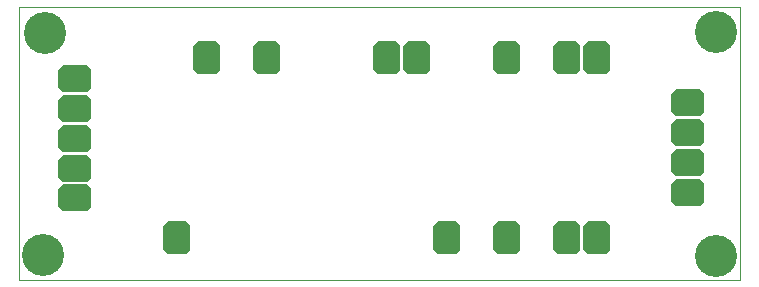
<source format=gbr>
G04 PROTEUS GERBER X2 FILE*
%TF.GenerationSoftware,Labcenter,Proteus,8.15-SP1-Build34318*%
%TF.CreationDate,2023-09-30T11:40:31+00:00*%
%TF.FileFunction,Soldermask,Bot*%
%TF.FilePolarity,Negative*%
%TF.Part,Single*%
%TF.SameCoordinates,{afa5550d-4e0f-4831-ab14-27b5fa56902b}*%
%FSLAX45Y45*%
%MOMM*%
G01*
%AMPPAD005*
4,1,8,
1.397000,-0.763800,
1.397000,0.763800,
1.017800,1.143000,
-1.017800,1.143000,
-1.397000,0.763800,
-1.397000,-0.763800,
-1.017800,-1.143000,
1.017800,-1.143000,
1.397000,-0.763800,
0*%
%TA.AperFunction,Material*%
%ADD15PPAD005*%
%AMPPAD006*
4,1,8,
0.763800,1.397000,
-0.763800,1.397000,
-1.143000,1.017800,
-1.143000,-1.017800,
-0.763800,-1.397000,
0.763800,-1.397000,
1.143000,-1.017800,
1.143000,1.017800,
0.763800,1.397000,
0*%
%TA.AperFunction,Material*%
%ADD16PPAD006*%
%TA.AperFunction,Material*%
%ADD17C,3.556000*%
%TA.AperFunction,Profile*%
%ADD14C,0.101600*%
%TD.AperFunction*%
D15*
X-315740Y+889160D03*
X-315740Y+1143160D03*
X-315740Y+1397160D03*
X-315740Y+1651160D03*
X-5500000Y+840000D03*
X-5500000Y+1090000D03*
X-5500000Y+1344000D03*
X-5500000Y+1598000D03*
X-5500000Y+1852000D03*
D16*
X-1079500Y+508000D03*
X-1333500Y+508000D03*
X-1841500Y+508000D03*
X-2349500Y+508000D03*
X-4635500Y+508000D03*
X-4381500Y+2032000D03*
X-3873500Y+2032000D03*
X-2857500Y+2032000D03*
X-2603500Y+2032000D03*
X-1841500Y+2032000D03*
X-1333500Y+2032000D03*
X-1079500Y+2032000D03*
D17*
X-80000Y+2250000D03*
X-5760000Y+2240000D03*
X-5770000Y+360000D03*
X-80000Y+350000D03*
D14*
X-5980000Y+153000D02*
X+130000Y+153000D01*
X+130000Y+2460500D01*
X-5980000Y+2460500D01*
X-5980000Y+153000D01*
M02*

</source>
